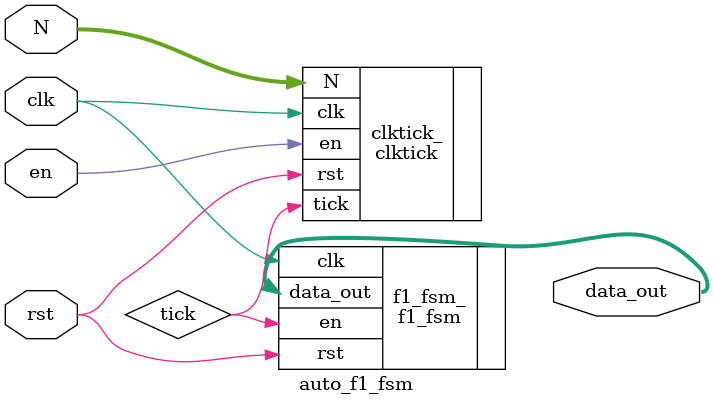
<source format=sv>
module auto_f1_fsm(
    input logic [15: 0] N,
    input logic en,
    input logic rst,
    input logic clk,

    output logic [7: 0] data_out
);

logic tick;

clktick clktick_(
    .N (N),
    .en (en),
    .rst (rst),
    .clk (clk),
    .tick (tick)
);

f1_fsm f1_fsm_(
    .rst (rst),
    .en (tick),
    .clk (clk),
    .data_out (data_out)
);

endmodule

</source>
